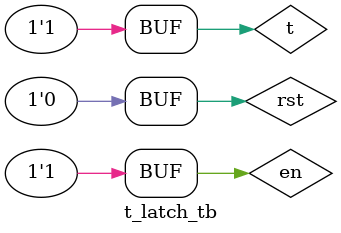
<source format=v>
module t_latch (
    input t,
    input en,
    input rst,
    output reg q,
    output reg q_bar
);
    always @(*) begin
        if(rst) begin
            q = 0;
        end
        else begin 
            if(en) begin
                case (t)
                    0 : q = q;
                    1 : q = #2 ~q;
                endcase
            end
        end
    end
    always @(*) begin
        q_bar = ~q;
    end
endmodule

module t_latch_tb ();
    reg t,en,rst;
    wire q,q_bar;

    t_latch dut(t,en,rst,q,q_bar);
    initial begin
        rst = 1; en=1; #10;
        rst = 0; en=0; t=0; #10;
        rst = 0; en=0; t=1; #10;
        rst = 0; en=1; t=0; #10;
        rst = 0; en=1; t=1; #10;
        rst = 0; en=1; t=1; #10;
    end
endmodule
</source>
